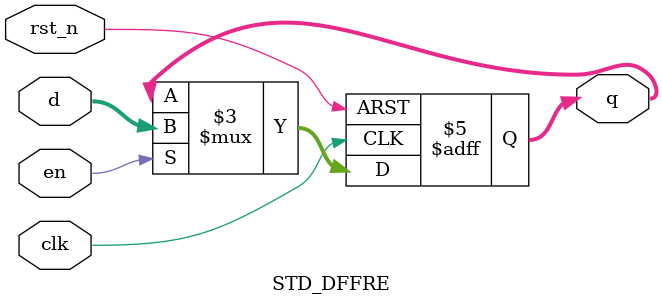
<source format=v>
module STD_DFFRE #(
    parameter WIDTH = 16  // Parameter for bit width, defaults to 16
)(
    input wire clk,        // Clock input
    input wire rst_n,      // Active-low reset
    input wire en,         // Enable input
    input wire [WIDTH-1:0] d, // Data input with parameterized width
    output reg [WIDTH-1:0] q  // Data output (registered) with parameterized width
);

    // On every rising edge of the clock or falling edge of reset...
    always @(posedge clk or negedge rst_n) begin
        if (!rst_n) begin
            // Asynchronously reset the output to 0 on active-low reset
            q <= {WIDTH{1'b0}};
        end else if (en) begin
            // If enable is high, capture the input data
            q <= d;
        end
        // If enable is low, retain the current state (no else clause needed)
    end

endmodule
</source>
